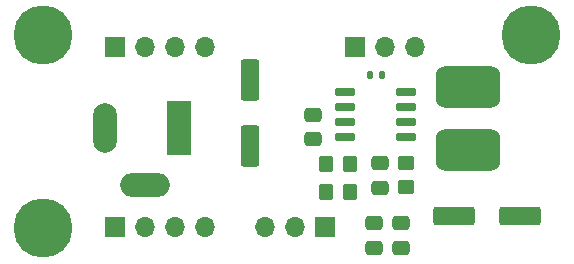
<source format=gts>
%TF.GenerationSoftware,KiCad,Pcbnew,(6.0.8)*%
%TF.CreationDate,2022-11-18T22:38:32+01:00*%
%TF.ProjectId,Single-DCDC-Converter,53696e67-6c65-42d4-9443-44432d436f6e,rev?*%
%TF.SameCoordinates,Original*%
%TF.FileFunction,Soldermask,Top*%
%TF.FilePolarity,Negative*%
%FSLAX46Y46*%
G04 Gerber Fmt 4.6, Leading zero omitted, Abs format (unit mm)*
G04 Created by KiCad (PCBNEW (6.0.8)) date 2022-11-18 22:38:32*
%MOMM*%
%LPD*%
G01*
G04 APERTURE LIST*
G04 Aperture macros list*
%AMRoundRect*
0 Rectangle with rounded corners*
0 $1 Rounding radius*
0 $2 $3 $4 $5 $6 $7 $8 $9 X,Y pos of 4 corners*
0 Add a 4 corners polygon primitive as box body*
4,1,4,$2,$3,$4,$5,$6,$7,$8,$9,$2,$3,0*
0 Add four circle primitives for the rounded corners*
1,1,$1+$1,$2,$3*
1,1,$1+$1,$4,$5*
1,1,$1+$1,$6,$7*
1,1,$1+$1,$8,$9*
0 Add four rect primitives between the rounded corners*
20,1,$1+$1,$2,$3,$4,$5,0*
20,1,$1+$1,$4,$5,$6,$7,0*
20,1,$1+$1,$6,$7,$8,$9,0*
20,1,$1+$1,$8,$9,$2,$3,0*%
G04 Aperture macros list end*
%ADD10RoundRect,0.900000X-1.850000X-0.900000X1.850000X-0.900000X1.850000X0.900000X-1.850000X0.900000X0*%
%ADD11RoundRect,0.900000X1.850000X0.900000X-1.850000X0.900000X-1.850000X-0.900000X1.850000X-0.900000X0*%
%ADD12RoundRect,0.135000X-0.135000X-0.185000X0.135000X-0.185000X0.135000X0.185000X-0.135000X0.185000X0*%
%ADD13RoundRect,0.250000X0.475000X-0.337500X0.475000X0.337500X-0.475000X0.337500X-0.475000X-0.337500X0*%
%ADD14R,1.700000X1.700000*%
%ADD15O,1.700000X1.700000*%
%ADD16RoundRect,0.150000X-0.725000X-0.150000X0.725000X-0.150000X0.725000X0.150000X-0.725000X0.150000X0*%
%ADD17RoundRect,0.250000X0.550000X-1.500000X0.550000X1.500000X-0.550000X1.500000X-0.550000X-1.500000X0*%
%ADD18C,5.000000*%
%ADD19RoundRect,0.250000X-0.450000X0.350000X-0.450000X-0.350000X0.450000X-0.350000X0.450000X0.350000X0*%
%ADD20RoundRect,0.250000X-0.350000X-0.450000X0.350000X-0.450000X0.350000X0.450000X-0.350000X0.450000X0*%
%ADD21RoundRect,0.250000X0.350000X0.450000X-0.350000X0.450000X-0.350000X-0.450000X0.350000X-0.450000X0*%
%ADD22R,2.000000X4.600000*%
%ADD23O,2.000000X4.200000*%
%ADD24O,4.200000X2.000000*%
%ADD25RoundRect,0.250000X-1.500000X-0.550000X1.500000X-0.550000X1.500000X0.550000X-1.500000X0.550000X0*%
G04 APERTURE END LIST*
D10*
X111201200Y-66930600D03*
D11*
X111201200Y-72210600D03*
D12*
X103860000Y-65930000D03*
X102840000Y-65930000D03*
D13*
X103682800Y-75434100D03*
X103682800Y-73359100D03*
D14*
X99060000Y-78740000D03*
D15*
X96520000Y-78740000D03*
X93980000Y-78740000D03*
D16*
X100777600Y-67360800D03*
X100777600Y-68630800D03*
X100777600Y-69900800D03*
X100777600Y-71170800D03*
X105927600Y-71170800D03*
X105927600Y-69900800D03*
X105927600Y-68630800D03*
X105927600Y-67360800D03*
D17*
X92710000Y-71888000D03*
X92710000Y-66288000D03*
D18*
X75200000Y-62520000D03*
D13*
X103200000Y-80537500D03*
X103200000Y-78462500D03*
D19*
X105918000Y-73371200D03*
X105918000Y-75371200D03*
D18*
X116530000Y-62520000D03*
D20*
X99150000Y-73440000D03*
X101150000Y-73440000D03*
D14*
X101600000Y-63500000D03*
D15*
X104140000Y-63500000D03*
X106680000Y-63500000D03*
D14*
X81280000Y-63500000D03*
D15*
X83820000Y-63500000D03*
X86360000Y-63500000D03*
X88900000Y-63500000D03*
D21*
X101150000Y-75840000D03*
X99150000Y-75840000D03*
D18*
X75200000Y-78860000D03*
D22*
X86690200Y-70393800D03*
D23*
X80390200Y-70393800D03*
D24*
X83790200Y-75193800D03*
D13*
X98050000Y-71319300D03*
X98050000Y-69244300D03*
D14*
X81280000Y-78740000D03*
D15*
X83820000Y-78740000D03*
X86360000Y-78740000D03*
X88900000Y-78740000D03*
D25*
X115560000Y-77800000D03*
X109960000Y-77800000D03*
D13*
X105500000Y-80539500D03*
X105500000Y-78464500D03*
M02*

</source>
